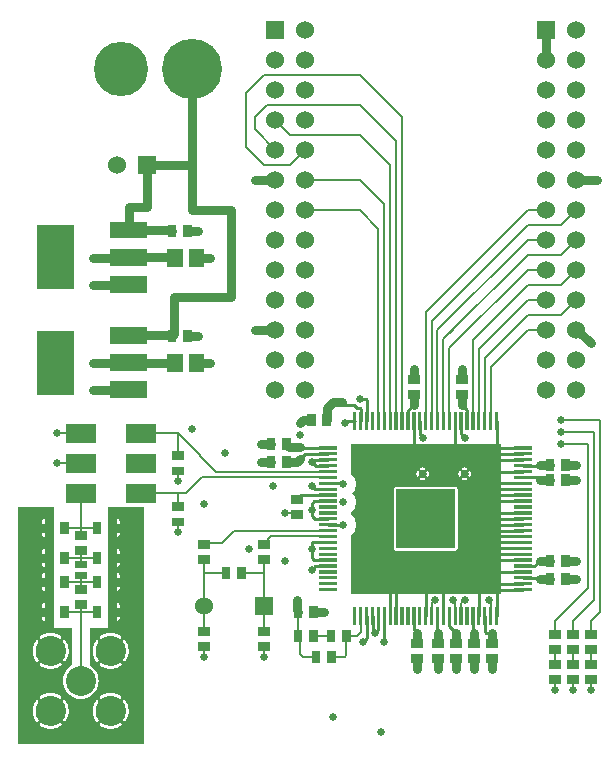
<source format=gbr>
G04 start of page 2 for group 0 idx 0 *
G04 Title: (unknown), component *
G04 Creator: pcb 1.99z *
G04 CreationDate: Sun 01 Aug 2010 05:53:12 AM GMT UTC *
G04 For: jensen *
G04 Format: Gerber/RS-274X *
G04 PCB-Dimensions: 200000 250000 *
G04 PCB-Coordinate-Origin: lower left *
%MOIN*%
%FSLAX25Y25*%
%LNFRONT*%
%ADD11C,0.0200*%
%ADD12C,0.0110*%
%ADD13C,0.0080*%
%ADD14C,0.0300*%
%ADD15C,0.0600*%
%ADD16C,0.1811*%
%ADD17C,0.2008*%
%ADD18C,0.1000*%
%ADD19C,0.0260*%
%ADD20C,0.1250*%
%ADD21R,0.0560X0.0560*%
%ADD22R,0.1220X0.1220*%
%ADD23R,0.0295X0.0295*%
%ADD24R,0.0512X0.0512*%
%ADD25R,0.0110X0.0110*%
%ADD26R,0.0650X0.0650*%
%ADD27R,0.0240X0.0240*%
%ADD28C,0.0380*%
%ADD29C,0.1024*%
%ADD30C,0.1220*%
%ADD31C,0.0280*%
%ADD32C,0.0600*%
%ADD33C,0.0140*%
%ADD34C,0.1000*%
G54D11*G36*
X37998Y40500D02*X44000D01*
Y2000D01*
X37998D01*
Y9689D01*
X38261Y10121D01*
X38505Y10620D01*
X38701Y11139D01*
X38849Y11675D01*
X38947Y12222D01*
X38993Y12775D01*
X38988Y13330D01*
X38932Y13883D01*
X38825Y14428D01*
X38668Y14961D01*
X38462Y15477D01*
X38210Y15972D01*
X37998Y16307D01*
Y29689D01*
X38261Y30121D01*
X38505Y30620D01*
X38701Y31139D01*
X38849Y31675D01*
X38947Y32222D01*
X38993Y32775D01*
X38988Y33330D01*
X38932Y33883D01*
X38825Y34428D01*
X38668Y34961D01*
X38462Y35477D01*
X38210Y35972D01*
X37998Y36307D01*
Y40500D01*
G37*
G36*
X32960D02*X37998D01*
Y36307D01*
X37913Y36441D01*
X37862Y36501D01*
X37803Y36553D01*
X37737Y36595D01*
X37665Y36627D01*
X37589Y36646D01*
X37511Y36654D01*
X37433Y36649D01*
X37356Y36632D01*
X37284Y36603D01*
X37216Y36563D01*
X37156Y36513D01*
X37104Y36454D01*
X37062Y36388D01*
X37030Y36316D01*
X37011Y36240D01*
X37003Y36162D01*
X37008Y36084D01*
X37025Y36007D01*
X37054Y35935D01*
X37094Y35867D01*
X37341Y35476D01*
X37552Y35064D01*
X37723Y34634D01*
X37854Y34190D01*
X37943Y33736D01*
X37990Y33275D01*
X37994Y32813D01*
X37955Y32351D01*
X37874Y31896D01*
X37751Y31450D01*
X37587Y31017D01*
X37384Y30601D01*
X37143Y30206D01*
X37105Y30138D01*
X37078Y30064D01*
X37062Y29988D01*
X37058Y29909D01*
X37067Y29831D01*
X37088Y29756D01*
X37121Y29684D01*
X37164Y29619D01*
X37217Y29561D01*
X37278Y29512D01*
X37346Y29473D01*
X37420Y29446D01*
X37496Y29430D01*
X37575Y29426D01*
X37653Y29435D01*
X37728Y29456D01*
X37800Y29489D01*
X37865Y29532D01*
X37923Y29585D01*
X37972Y29646D01*
X37998Y29689D01*
Y16307D01*
X37913Y16441D01*
X37862Y16501D01*
X37803Y16553D01*
X37737Y16595D01*
X37665Y16627D01*
X37589Y16646D01*
X37511Y16654D01*
X37433Y16649D01*
X37356Y16632D01*
X37284Y16603D01*
X37216Y16563D01*
X37156Y16513D01*
X37104Y16454D01*
X37062Y16388D01*
X37030Y16316D01*
X37011Y16240D01*
X37003Y16162D01*
X37008Y16084D01*
X37025Y16007D01*
X37054Y15935D01*
X37094Y15867D01*
X37341Y15476D01*
X37552Y15064D01*
X37723Y14634D01*
X37854Y14190D01*
X37943Y13736D01*
X37990Y13275D01*
X37994Y12813D01*
X37955Y12351D01*
X37874Y11896D01*
X37751Y11450D01*
X37587Y11017D01*
X37384Y10601D01*
X37143Y10206D01*
X37105Y10138D01*
X37078Y10064D01*
X37062Y9988D01*
X37058Y9909D01*
X37067Y9831D01*
X37088Y9756D01*
X37121Y9684D01*
X37164Y9619D01*
X37217Y9561D01*
X37278Y9512D01*
X37346Y9473D01*
X37420Y9446D01*
X37496Y9430D01*
X37575Y9426D01*
X37653Y9435D01*
X37728Y9456D01*
X37800Y9489D01*
X37865Y9532D01*
X37923Y9585D01*
X37972Y9646D01*
X37998Y9689D01*
Y2000D01*
X32960D01*
Y7009D01*
X33329Y7012D01*
X33882Y7068D01*
X34427Y7175D01*
X34960Y7332D01*
X35476Y7538D01*
X35971Y7790D01*
X36440Y8087D01*
X36500Y8138D01*
X36552Y8197D01*
X36594Y8263D01*
X36626Y8335D01*
X36645Y8411D01*
X36653Y8489D01*
X36648Y8567D01*
X36631Y8644D01*
X36602Y8716D01*
X36562Y8784D01*
X36512Y8844D01*
X36453Y8896D01*
X36387Y8938D01*
X36315Y8970D01*
X36239Y8989D01*
X36161Y8997D01*
X36083Y8992D01*
X36006Y8975D01*
X35934Y8946D01*
X35866Y8906D01*
X35475Y8659D01*
X35063Y8448D01*
X34633Y8277D01*
X34189Y8146D01*
X33735Y8057D01*
X33274Y8010D01*
X32960Y8007D01*
Y17993D01*
X33187Y17995D01*
X33649Y17956D01*
X34104Y17875D01*
X34550Y17752D01*
X34983Y17588D01*
X35399Y17385D01*
X35794Y17144D01*
X35862Y17106D01*
X35936Y17079D01*
X36012Y17063D01*
X36091Y17059D01*
X36169Y17068D01*
X36244Y17089D01*
X36316Y17122D01*
X36381Y17165D01*
X36439Y17218D01*
X36488Y17279D01*
X36527Y17347D01*
X36554Y17421D01*
X36570Y17497D01*
X36574Y17576D01*
X36565Y17654D01*
X36544Y17729D01*
X36511Y17801D01*
X36468Y17866D01*
X36415Y17924D01*
X36354Y17973D01*
X35879Y18262D01*
X35380Y18506D01*
X34861Y18702D01*
X34325Y18850D01*
X33778Y18948D01*
X33225Y18994D01*
X32960Y18992D01*
Y27009D01*
X33329Y27012D01*
X33882Y27068D01*
X34427Y27175D01*
X34960Y27332D01*
X35476Y27538D01*
X35971Y27790D01*
X36440Y28087D01*
X36500Y28138D01*
X36552Y28197D01*
X36594Y28263D01*
X36626Y28335D01*
X36645Y28411D01*
X36653Y28489D01*
X36648Y28567D01*
X36631Y28644D01*
X36602Y28716D01*
X36562Y28784D01*
X36512Y28844D01*
X36453Y28896D01*
X36387Y28938D01*
X36315Y28970D01*
X36239Y28989D01*
X36161Y28997D01*
X36083Y28992D01*
X36006Y28975D01*
X35934Y28946D01*
X35866Y28906D01*
X35475Y28659D01*
X35063Y28448D01*
X34633Y28277D01*
X34189Y28146D01*
X33735Y28057D01*
X33274Y28010D01*
X32960Y28007D01*
Y37993D01*
X33187Y37995D01*
X33649Y37956D01*
X34104Y37875D01*
X34550Y37752D01*
X34983Y37588D01*
X35399Y37385D01*
X35794Y37144D01*
X35862Y37106D01*
X35936Y37079D01*
X36012Y37063D01*
X36091Y37059D01*
X36169Y37068D01*
X36244Y37089D01*
X36316Y37122D01*
X36381Y37165D01*
X36439Y37218D01*
X36488Y37279D01*
X36527Y37347D01*
X36554Y37421D01*
X36570Y37497D01*
X36574Y37576D01*
X36565Y37654D01*
X36544Y37729D01*
X36511Y37801D01*
X36468Y37866D01*
X36415Y37924D01*
X36354Y37973D01*
X35879Y38262D01*
X35380Y38506D01*
X34861Y38702D01*
X34325Y38850D01*
X33778Y38948D01*
X33225Y38994D01*
X32960Y38992D01*
Y40500D01*
G37*
G36*
X28001Y19716D02*X28345Y20277D01*
X28705Y21146D01*
X28925Y22062D01*
X28999Y23000D01*
X28925Y23938D01*
X28705Y24854D01*
X28345Y25723D01*
X28001Y26284D01*
Y29694D01*
X28086Y29560D01*
X28137Y29500D01*
X28196Y29448D01*
X28262Y29406D01*
X28334Y29374D01*
X28410Y29355D01*
X28488Y29347D01*
X28566Y29352D01*
X28643Y29369D01*
X28715Y29398D01*
X28783Y29438D01*
X28843Y29488D01*
X28895Y29547D01*
X28937Y29613D01*
X28969Y29685D01*
X28988Y29761D01*
X28996Y29839D01*
X28991Y29917D01*
X28974Y29994D01*
X28945Y30066D01*
X28905Y30134D01*
X28658Y30525D01*
X28447Y30937D01*
X28276Y31367D01*
X28145Y31811D01*
X28056Y32265D01*
X28009Y32726D01*
X28005Y33188D01*
X28044Y33650D01*
X28125Y34105D01*
X28248Y34551D01*
X28412Y34984D01*
X28615Y35400D01*
X28856Y35795D01*
X28894Y35863D01*
X28921Y35937D01*
X28937Y36013D01*
X28941Y36092D01*
X28932Y36170D01*
X28911Y36245D01*
X28878Y36317D01*
X28835Y36382D01*
X28782Y36440D01*
X28721Y36489D01*
X28653Y36528D01*
X28579Y36555D01*
X28503Y36571D01*
X28424Y36575D01*
X28346Y36566D01*
X28271Y36545D01*
X28199Y36512D01*
X28134Y36469D01*
X28076Y36416D01*
X28027Y36355D01*
X28001Y36312D01*
Y40500D01*
X32960D01*
Y38992D01*
X32670Y38989D01*
X32117Y38933D01*
X31572Y38826D01*
X31039Y38669D01*
X30523Y38463D01*
X30028Y38211D01*
X29559Y37914D01*
X29499Y37863D01*
X29447Y37804D01*
X29405Y37738D01*
X29373Y37666D01*
X29354Y37590D01*
X29346Y37512D01*
X29351Y37434D01*
X29368Y37357D01*
X29397Y37285D01*
X29437Y37217D01*
X29487Y37157D01*
X29546Y37105D01*
X29612Y37063D01*
X29684Y37031D01*
X29760Y37012D01*
X29838Y37004D01*
X29916Y37009D01*
X29993Y37026D01*
X30065Y37055D01*
X30133Y37095D01*
X30524Y37342D01*
X30936Y37553D01*
X31366Y37724D01*
X31810Y37855D01*
X32264Y37944D01*
X32725Y37991D01*
X32960Y37993D01*
Y28007D01*
X32812Y28006D01*
X32350Y28045D01*
X31895Y28126D01*
X31449Y28249D01*
X31016Y28413D01*
X30600Y28616D01*
X30205Y28857D01*
X30137Y28895D01*
X30063Y28922D01*
X29987Y28938D01*
X29908Y28942D01*
X29830Y28933D01*
X29755Y28912D01*
X29683Y28879D01*
X29618Y28836D01*
X29560Y28783D01*
X29511Y28722D01*
X29472Y28654D01*
X29445Y28580D01*
X29429Y28504D01*
X29425Y28425D01*
X29434Y28347D01*
X29455Y28272D01*
X29488Y28200D01*
X29531Y28135D01*
X29584Y28077D01*
X29645Y28028D01*
X30120Y27739D01*
X30619Y27495D01*
X31138Y27299D01*
X31674Y27151D01*
X32221Y27053D01*
X32774Y27007D01*
X32960Y27009D01*
Y18992D01*
X32670Y18989D01*
X32117Y18933D01*
X31572Y18826D01*
X31039Y18669D01*
X30523Y18463D01*
X30028Y18211D01*
X29559Y17914D01*
X29499Y17863D01*
X29447Y17804D01*
X29405Y17738D01*
X29373Y17666D01*
X29354Y17590D01*
X29346Y17512D01*
X29351Y17434D01*
X29368Y17357D01*
X29397Y17285D01*
X29437Y17217D01*
X29487Y17157D01*
X29546Y17105D01*
X29612Y17063D01*
X29684Y17031D01*
X29760Y17012D01*
X29838Y17004D01*
X29916Y17009D01*
X29993Y17026D01*
X30065Y17055D01*
X30133Y17095D01*
X30524Y17342D01*
X30936Y17553D01*
X31366Y17724D01*
X31810Y17855D01*
X32264Y17944D01*
X32725Y17991D01*
X32960Y17993D01*
Y8007D01*
X32812Y8006D01*
X32350Y8045D01*
X31895Y8126D01*
X31449Y8249D01*
X31016Y8413D01*
X30600Y8616D01*
X30205Y8857D01*
X30137Y8895D01*
X30063Y8922D01*
X29987Y8938D01*
X29908Y8942D01*
X29830Y8933D01*
X29755Y8912D01*
X29683Y8879D01*
X29618Y8836D01*
X29560Y8783D01*
X29511Y8722D01*
X29472Y8654D01*
X29445Y8580D01*
X29429Y8504D01*
X29425Y8425D01*
X29434Y8347D01*
X29455Y8272D01*
X29488Y8200D01*
X29531Y8135D01*
X29584Y8077D01*
X29645Y8028D01*
X30120Y7739D01*
X30619Y7495D01*
X31138Y7299D01*
X31674Y7151D01*
X32221Y7053D01*
X32774Y7007D01*
X32960Y7009D01*
Y2000D01*
X28001D01*
Y9694D01*
X28086Y9560D01*
X28137Y9500D01*
X28196Y9448D01*
X28262Y9406D01*
X28334Y9374D01*
X28410Y9355D01*
X28488Y9347D01*
X28566Y9352D01*
X28643Y9369D01*
X28715Y9398D01*
X28783Y9438D01*
X28843Y9488D01*
X28895Y9547D01*
X28937Y9613D01*
X28969Y9685D01*
X28988Y9761D01*
X28996Y9839D01*
X28991Y9917D01*
X28974Y9994D01*
X28945Y10066D01*
X28905Y10134D01*
X28658Y10525D01*
X28447Y10937D01*
X28276Y11367D01*
X28145Y11811D01*
X28056Y12265D01*
X28009Y12726D01*
X28005Y13188D01*
X28044Y13650D01*
X28125Y14105D01*
X28248Y14551D01*
X28412Y14984D01*
X28615Y15400D01*
X28856Y15795D01*
X28894Y15863D01*
X28921Y15937D01*
X28937Y16013D01*
X28941Y16092D01*
X28932Y16170D01*
X28911Y16245D01*
X28878Y16317D01*
X28835Y16382D01*
X28782Y16440D01*
X28721Y16489D01*
X28653Y16528D01*
X28579Y16555D01*
X28503Y16571D01*
X28424Y16575D01*
X28346Y16566D01*
X28271Y16545D01*
X28199Y16512D01*
X28134Y16469D01*
X28076Y16416D01*
X28027Y16355D01*
X28001Y16312D01*
Y19716D01*
G37*
G36*
Y26284D02*X27853Y26526D01*
X27242Y27242D01*
X26526Y27853D01*
X26000Y28175D01*
Y40500D01*
X28001D01*
Y36312D01*
X27738Y35880D01*
X27494Y35381D01*
X27298Y34862D01*
X27150Y34326D01*
X27052Y33779D01*
X27006Y33226D01*
X27011Y32671D01*
X27067Y32118D01*
X27174Y31573D01*
X27331Y31040D01*
X27537Y30524D01*
X27789Y30029D01*
X28001Y29694D01*
Y26284D01*
G37*
G36*
X17998Y19717D02*X18147Y19474D01*
X18758Y18758D01*
X19474Y18147D01*
X20277Y17655D01*
X21146Y17295D01*
X22062Y17075D01*
X23000Y17001D01*
X23938Y17075D01*
X24854Y17295D01*
X25723Y17655D01*
X26526Y18147D01*
X27242Y18758D01*
X27853Y19474D01*
X28001Y19716D01*
Y16312D01*
X27738Y15880D01*
X27494Y15381D01*
X27298Y14862D01*
X27150Y14326D01*
X27052Y13779D01*
X27006Y13226D01*
X27011Y12671D01*
X27067Y12118D01*
X27174Y11573D01*
X27331Y11040D01*
X27537Y10524D01*
X27789Y10029D01*
X28001Y9694D01*
Y2000D01*
X17998D01*
Y9689D01*
X18261Y10121D01*
X18505Y10620D01*
X18701Y11139D01*
X18849Y11675D01*
X18947Y12222D01*
X18993Y12775D01*
X18988Y13330D01*
X18932Y13883D01*
X18825Y14428D01*
X18668Y14961D01*
X18462Y15477D01*
X18210Y15972D01*
X17998Y16307D01*
Y19717D01*
G37*
G36*
Y40500D02*X19999D01*
Y28175D01*
X19474Y27853D01*
X18758Y27242D01*
X18147Y26526D01*
X17998Y26283D01*
Y29689D01*
X18261Y30121D01*
X18505Y30620D01*
X18701Y31139D01*
X18849Y31675D01*
X18947Y32222D01*
X18993Y32775D01*
X18988Y33330D01*
X18932Y33883D01*
X18825Y34428D01*
X18668Y34961D01*
X18462Y35477D01*
X18210Y35972D01*
X17998Y36307D01*
Y40500D01*
G37*
G36*
X12960D02*X17998D01*
Y36307D01*
X17913Y36441D01*
X17862Y36501D01*
X17803Y36553D01*
X17737Y36595D01*
X17665Y36627D01*
X17589Y36646D01*
X17511Y36654D01*
X17433Y36649D01*
X17356Y36632D01*
X17284Y36603D01*
X17216Y36563D01*
X17156Y36513D01*
X17104Y36454D01*
X17062Y36388D01*
X17030Y36316D01*
X17011Y36240D01*
X17003Y36162D01*
X17008Y36084D01*
X17025Y36007D01*
X17054Y35935D01*
X17094Y35867D01*
X17341Y35476D01*
X17552Y35064D01*
X17723Y34634D01*
X17854Y34190D01*
X17943Y33736D01*
X17990Y33275D01*
X17994Y32813D01*
X17955Y32351D01*
X17874Y31896D01*
X17751Y31450D01*
X17587Y31017D01*
X17384Y30601D01*
X17143Y30206D01*
X17105Y30138D01*
X17078Y30064D01*
X17062Y29988D01*
X17058Y29909D01*
X17067Y29831D01*
X17088Y29756D01*
X17121Y29684D01*
X17164Y29619D01*
X17217Y29561D01*
X17278Y29512D01*
X17346Y29473D01*
X17420Y29446D01*
X17496Y29430D01*
X17575Y29426D01*
X17653Y29435D01*
X17728Y29456D01*
X17800Y29489D01*
X17865Y29532D01*
X17923Y29585D01*
X17972Y29646D01*
X17998Y29689D01*
Y26283D01*
X17655Y25723D01*
X17295Y24854D01*
X17075Y23938D01*
X17001Y23000D01*
X17075Y22062D01*
X17295Y21146D01*
X17655Y20277D01*
X17998Y19717D01*
Y16307D01*
X17913Y16441D01*
X17862Y16501D01*
X17803Y16553D01*
X17737Y16595D01*
X17665Y16627D01*
X17589Y16646D01*
X17511Y16654D01*
X17433Y16649D01*
X17356Y16632D01*
X17284Y16603D01*
X17216Y16563D01*
X17156Y16513D01*
X17104Y16454D01*
X17062Y16388D01*
X17030Y16316D01*
X17011Y16240D01*
X17003Y16162D01*
X17008Y16084D01*
X17025Y16007D01*
X17054Y15935D01*
X17094Y15867D01*
X17341Y15476D01*
X17552Y15064D01*
X17723Y14634D01*
X17854Y14190D01*
X17943Y13736D01*
X17990Y13275D01*
X17994Y12813D01*
X17955Y12351D01*
X17874Y11896D01*
X17751Y11450D01*
X17587Y11017D01*
X17384Y10601D01*
X17143Y10206D01*
X17105Y10138D01*
X17078Y10064D01*
X17062Y9988D01*
X17058Y9909D01*
X17067Y9831D01*
X17088Y9756D01*
X17121Y9684D01*
X17164Y9619D01*
X17217Y9561D01*
X17278Y9512D01*
X17346Y9473D01*
X17420Y9446D01*
X17496Y9430D01*
X17575Y9426D01*
X17653Y9435D01*
X17728Y9456D01*
X17800Y9489D01*
X17865Y9532D01*
X17923Y9585D01*
X17972Y9646D01*
X17998Y9689D01*
Y2000D01*
X12960D01*
Y7009D01*
X13329Y7012D01*
X13882Y7068D01*
X14427Y7175D01*
X14960Y7332D01*
X15476Y7538D01*
X15971Y7790D01*
X16440Y8087D01*
X16500Y8138D01*
X16552Y8197D01*
X16594Y8263D01*
X16626Y8335D01*
X16645Y8411D01*
X16653Y8489D01*
X16648Y8567D01*
X16631Y8644D01*
X16602Y8716D01*
X16562Y8784D01*
X16512Y8844D01*
X16453Y8896D01*
X16387Y8938D01*
X16315Y8970D01*
X16239Y8989D01*
X16161Y8997D01*
X16083Y8992D01*
X16006Y8975D01*
X15934Y8946D01*
X15866Y8906D01*
X15475Y8659D01*
X15063Y8448D01*
X14633Y8277D01*
X14189Y8146D01*
X13735Y8057D01*
X13274Y8010D01*
X12960Y8007D01*
Y17993D01*
X13187Y17995D01*
X13649Y17956D01*
X14104Y17875D01*
X14550Y17752D01*
X14983Y17588D01*
X15399Y17385D01*
X15794Y17144D01*
X15862Y17106D01*
X15936Y17079D01*
X16012Y17063D01*
X16091Y17059D01*
X16169Y17068D01*
X16244Y17089D01*
X16316Y17122D01*
X16381Y17165D01*
X16439Y17218D01*
X16488Y17279D01*
X16527Y17347D01*
X16554Y17421D01*
X16570Y17497D01*
X16574Y17576D01*
X16565Y17654D01*
X16544Y17729D01*
X16511Y17801D01*
X16468Y17866D01*
X16415Y17924D01*
X16354Y17973D01*
X15879Y18262D01*
X15380Y18506D01*
X14861Y18702D01*
X14325Y18850D01*
X13778Y18948D01*
X13225Y18994D01*
X12960Y18992D01*
Y27009D01*
X13329Y27012D01*
X13882Y27068D01*
X14427Y27175D01*
X14960Y27332D01*
X15476Y27538D01*
X15971Y27790D01*
X16440Y28087D01*
X16500Y28138D01*
X16552Y28197D01*
X16594Y28263D01*
X16626Y28335D01*
X16645Y28411D01*
X16653Y28489D01*
X16648Y28567D01*
X16631Y28644D01*
X16602Y28716D01*
X16562Y28784D01*
X16512Y28844D01*
X16453Y28896D01*
X16387Y28938D01*
X16315Y28970D01*
X16239Y28989D01*
X16161Y28997D01*
X16083Y28992D01*
X16006Y28975D01*
X15934Y28946D01*
X15866Y28906D01*
X15475Y28659D01*
X15063Y28448D01*
X14633Y28277D01*
X14189Y28146D01*
X13735Y28057D01*
X13274Y28010D01*
X12960Y28007D01*
Y37993D01*
X13187Y37995D01*
X13649Y37956D01*
X14104Y37875D01*
X14550Y37752D01*
X14983Y37588D01*
X15399Y37385D01*
X15794Y37144D01*
X15862Y37106D01*
X15936Y37079D01*
X16012Y37063D01*
X16091Y37059D01*
X16169Y37068D01*
X16244Y37089D01*
X16316Y37122D01*
X16381Y37165D01*
X16439Y37218D01*
X16488Y37279D01*
X16527Y37347D01*
X16554Y37421D01*
X16570Y37497D01*
X16574Y37576D01*
X16565Y37654D01*
X16544Y37729D01*
X16511Y37801D01*
X16468Y37866D01*
X16415Y37924D01*
X16354Y37973D01*
X15879Y38262D01*
X15380Y38506D01*
X14861Y38702D01*
X14325Y38850D01*
X13778Y38948D01*
X13225Y38994D01*
X12960Y38992D01*
Y40500D01*
G37*
G36*
X8001D02*X12960D01*
Y38992D01*
X12670Y38989D01*
X12117Y38933D01*
X11572Y38826D01*
X11039Y38669D01*
X10523Y38463D01*
X10028Y38211D01*
X9559Y37914D01*
X9499Y37863D01*
X9447Y37804D01*
X9405Y37738D01*
X9373Y37666D01*
X9354Y37590D01*
X9346Y37512D01*
X9351Y37434D01*
X9368Y37357D01*
X9397Y37285D01*
X9437Y37217D01*
X9487Y37157D01*
X9546Y37105D01*
X9612Y37063D01*
X9684Y37031D01*
X9760Y37012D01*
X9838Y37004D01*
X9916Y37009D01*
X9993Y37026D01*
X10065Y37055D01*
X10133Y37095D01*
X10524Y37342D01*
X10936Y37553D01*
X11366Y37724D01*
X11810Y37855D01*
X12264Y37944D01*
X12725Y37991D01*
X12960Y37993D01*
Y28007D01*
X12812Y28006D01*
X12350Y28045D01*
X11895Y28126D01*
X11449Y28249D01*
X11016Y28413D01*
X10600Y28616D01*
X10205Y28857D01*
X10137Y28895D01*
X10063Y28922D01*
X9987Y28938D01*
X9908Y28942D01*
X9830Y28933D01*
X9755Y28912D01*
X9683Y28879D01*
X9618Y28836D01*
X9560Y28783D01*
X9511Y28722D01*
X9472Y28654D01*
X9445Y28580D01*
X9429Y28504D01*
X9425Y28425D01*
X9434Y28347D01*
X9455Y28272D01*
X9488Y28200D01*
X9531Y28135D01*
X9584Y28077D01*
X9645Y28028D01*
X10120Y27739D01*
X10619Y27495D01*
X11138Y27299D01*
X11674Y27151D01*
X12221Y27053D01*
X12774Y27007D01*
X12960Y27009D01*
Y18992D01*
X12670Y18989D01*
X12117Y18933D01*
X11572Y18826D01*
X11039Y18669D01*
X10523Y18463D01*
X10028Y18211D01*
X9559Y17914D01*
X9499Y17863D01*
X9447Y17804D01*
X9405Y17738D01*
X9373Y17666D01*
X9354Y17590D01*
X9346Y17512D01*
X9351Y17434D01*
X9368Y17357D01*
X9397Y17285D01*
X9437Y17217D01*
X9487Y17157D01*
X9546Y17105D01*
X9612Y17063D01*
X9684Y17031D01*
X9760Y17012D01*
X9838Y17004D01*
X9916Y17009D01*
X9993Y17026D01*
X10065Y17055D01*
X10133Y17095D01*
X10524Y17342D01*
X10936Y17553D01*
X11366Y17724D01*
X11810Y17855D01*
X12264Y17944D01*
X12725Y17991D01*
X12960Y17993D01*
Y8007D01*
X12812Y8006D01*
X12350Y8045D01*
X11895Y8126D01*
X11449Y8249D01*
X11016Y8413D01*
X10600Y8616D01*
X10205Y8857D01*
X10137Y8895D01*
X10063Y8922D01*
X9987Y8938D01*
X9908Y8942D01*
X9830Y8933D01*
X9755Y8912D01*
X9683Y8879D01*
X9618Y8836D01*
X9560Y8783D01*
X9511Y8722D01*
X9472Y8654D01*
X9445Y8580D01*
X9429Y8504D01*
X9425Y8425D01*
X9434Y8347D01*
X9455Y8272D01*
X9488Y8200D01*
X9531Y8135D01*
X9584Y8077D01*
X9645Y8028D01*
X10120Y7739D01*
X10619Y7495D01*
X11138Y7299D01*
X11674Y7151D01*
X12221Y7053D01*
X12774Y7007D01*
X12960Y7009D01*
Y2000D01*
X8001D01*
Y9694D01*
X8086Y9560D01*
X8137Y9500D01*
X8196Y9448D01*
X8262Y9406D01*
X8334Y9374D01*
X8410Y9355D01*
X8488Y9347D01*
X8566Y9352D01*
X8643Y9369D01*
X8715Y9398D01*
X8783Y9438D01*
X8843Y9488D01*
X8895Y9547D01*
X8937Y9613D01*
X8969Y9685D01*
X8988Y9761D01*
X8996Y9839D01*
X8991Y9917D01*
X8974Y9994D01*
X8945Y10066D01*
X8905Y10134D01*
X8658Y10525D01*
X8447Y10937D01*
X8276Y11367D01*
X8145Y11811D01*
X8056Y12265D01*
X8009Y12726D01*
X8005Y13188D01*
X8044Y13650D01*
X8125Y14105D01*
X8248Y14551D01*
X8412Y14984D01*
X8615Y15400D01*
X8856Y15795D01*
X8894Y15863D01*
X8921Y15937D01*
X8937Y16013D01*
X8941Y16092D01*
X8932Y16170D01*
X8911Y16245D01*
X8878Y16317D01*
X8835Y16382D01*
X8782Y16440D01*
X8721Y16489D01*
X8653Y16528D01*
X8579Y16555D01*
X8503Y16571D01*
X8424Y16575D01*
X8346Y16566D01*
X8271Y16545D01*
X8199Y16512D01*
X8134Y16469D01*
X8076Y16416D01*
X8027Y16355D01*
X8001Y16312D01*
Y29694D01*
X8086Y29560D01*
X8137Y29500D01*
X8196Y29448D01*
X8262Y29406D01*
X8334Y29374D01*
X8410Y29355D01*
X8488Y29347D01*
X8566Y29352D01*
X8643Y29369D01*
X8715Y29398D01*
X8783Y29438D01*
X8843Y29488D01*
X8895Y29547D01*
X8937Y29613D01*
X8969Y29685D01*
X8988Y29761D01*
X8996Y29839D01*
X8991Y29917D01*
X8974Y29994D01*
X8945Y30066D01*
X8905Y30134D01*
X8658Y30525D01*
X8447Y30937D01*
X8276Y31367D01*
X8145Y31811D01*
X8056Y32265D01*
X8009Y32726D01*
X8005Y33188D01*
X8044Y33650D01*
X8125Y34105D01*
X8248Y34551D01*
X8412Y34984D01*
X8615Y35400D01*
X8856Y35795D01*
X8894Y35863D01*
X8921Y35937D01*
X8937Y36013D01*
X8941Y36092D01*
X8932Y36170D01*
X8911Y36245D01*
X8878Y36317D01*
X8835Y36382D01*
X8782Y36440D01*
X8721Y36489D01*
X8653Y36528D01*
X8579Y36555D01*
X8503Y36571D01*
X8424Y36575D01*
X8346Y36566D01*
X8271Y36545D01*
X8199Y36512D01*
X8134Y36469D01*
X8076Y36416D01*
X8027Y36355D01*
X8001Y36312D01*
Y40500D01*
G37*
G36*
X2000D02*X8001D01*
Y36312D01*
X7738Y35880D01*
X7494Y35381D01*
X7298Y34862D01*
X7150Y34326D01*
X7052Y33779D01*
X7006Y33226D01*
X7011Y32671D01*
X7067Y32118D01*
X7174Y31573D01*
X7331Y31040D01*
X7537Y30524D01*
X7789Y30029D01*
X8001Y29694D01*
Y16312D01*
X7738Y15880D01*
X7494Y15381D01*
X7298Y14862D01*
X7150Y14326D01*
X7052Y13779D01*
X7006Y13226D01*
X7011Y12671D01*
X7067Y12118D01*
X7174Y11573D01*
X7331Y11040D01*
X7537Y10524D01*
X7789Y10029D01*
X8001Y9694D01*
Y2000D01*
X2000D01*
Y40500D01*
G37*
G36*
Y81000D02*X14000D01*
Y76962D01*
X13917Y76968D01*
X10809Y76956D01*
X10656Y76919D01*
X10511Y76859D01*
X10377Y76777D01*
X10258Y76675D01*
X10156Y76556D01*
X10074Y76422D01*
X10014Y76277D01*
X9977Y76124D01*
X9965Y75968D01*
X9977Y71876D01*
X10014Y71723D01*
X10074Y71578D01*
X10156Y71444D01*
X10258Y71325D01*
X10377Y71223D01*
X10511Y71141D01*
X10656Y71081D01*
X10809Y71044D01*
X10965Y71032D01*
X14000Y71044D01*
Y66962D01*
X13917Y66968D01*
X10809Y66956D01*
X10656Y66919D01*
X10511Y66859D01*
X10377Y66777D01*
X10258Y66675D01*
X10156Y66556D01*
X10074Y66422D01*
X10014Y66277D01*
X9977Y66124D01*
X9965Y65968D01*
X9977Y61876D01*
X10014Y61723D01*
X10074Y61578D01*
X10156Y61444D01*
X10258Y61325D01*
X10377Y61223D01*
X10511Y61141D01*
X10656Y61081D01*
X10809Y61044D01*
X10965Y61032D01*
X14000Y61044D01*
Y58962D01*
X13917Y58968D01*
X10809Y58956D01*
X10656Y58919D01*
X10511Y58859D01*
X10377Y58777D01*
X10258Y58675D01*
X10156Y58556D01*
X10074Y58422D01*
X10014Y58277D01*
X9977Y58124D01*
X9965Y57968D01*
X9977Y53876D01*
X10014Y53723D01*
X10074Y53578D01*
X10156Y53444D01*
X10258Y53325D01*
X10377Y53223D01*
X10511Y53141D01*
X10656Y53081D01*
X10809Y53044D01*
X10965Y53032D01*
X14000Y53044D01*
Y48962D01*
X13917Y48968D01*
X10809Y48956D01*
X10656Y48919D01*
X10511Y48859D01*
X10377Y48777D01*
X10258Y48675D01*
X10156Y48556D01*
X10074Y48422D01*
X10014Y48277D01*
X9977Y48124D01*
X9965Y47968D01*
X9977Y43876D01*
X10014Y43723D01*
X10074Y43578D01*
X10156Y43444D01*
X10258Y43325D01*
X10377Y43223D01*
X10511Y43141D01*
X10656Y43081D01*
X10809Y43044D01*
X10965Y43032D01*
X14000Y43044D01*
Y40500D01*
X2000D01*
Y81000D01*
G37*
G36*
X32000D02*X44000D01*
Y40500D01*
X32000D01*
Y43038D01*
X32083Y43032D01*
X35191Y43044D01*
X35344Y43081D01*
X35489Y43141D01*
X35623Y43223D01*
X35742Y43325D01*
X35844Y43444D01*
X35926Y43578D01*
X35986Y43723D01*
X36023Y43876D01*
X36035Y44032D01*
X36023Y48124D01*
X35986Y48277D01*
X35926Y48422D01*
X35844Y48556D01*
X35742Y48675D01*
X35623Y48777D01*
X35489Y48859D01*
X35344Y48919D01*
X35191Y48956D01*
X35035Y48968D01*
X32000Y48956D01*
Y53038D01*
X32083Y53032D01*
X35191Y53044D01*
X35344Y53081D01*
X35489Y53141D01*
X35623Y53223D01*
X35742Y53325D01*
X35844Y53444D01*
X35926Y53578D01*
X35986Y53723D01*
X36023Y53876D01*
X36035Y54032D01*
X36023Y58124D01*
X35986Y58277D01*
X35926Y58422D01*
X35844Y58556D01*
X35742Y58675D01*
X35623Y58777D01*
X35489Y58859D01*
X35344Y58919D01*
X35191Y58956D01*
X35035Y58968D01*
X32000Y58956D01*
Y61038D01*
X32083Y61032D01*
X35191Y61044D01*
X35344Y61081D01*
X35489Y61141D01*
X35623Y61223D01*
X35742Y61325D01*
X35844Y61444D01*
X35926Y61578D01*
X35986Y61723D01*
X36023Y61876D01*
X36035Y62032D01*
X36023Y66124D01*
X35986Y66277D01*
X35926Y66422D01*
X35844Y66556D01*
X35742Y66675D01*
X35623Y66777D01*
X35489Y66859D01*
X35344Y66919D01*
X35191Y66956D01*
X35035Y66968D01*
X32000Y66956D01*
Y71038D01*
X32083Y71032D01*
X35191Y71044D01*
X35344Y71081D01*
X35489Y71141D01*
X35623Y71223D01*
X35742Y71325D01*
X35844Y71444D01*
X35926Y71578D01*
X35986Y71723D01*
X36023Y71876D01*
X36035Y72032D01*
X36023Y76124D01*
X35986Y76277D01*
X35926Y76422D01*
X35844Y76556D01*
X35742Y76675D01*
X35623Y76777D01*
X35489Y76859D01*
X35344Y76919D01*
X35191Y76956D01*
X35035Y76968D01*
X32000Y76956D01*
Y81000D01*
G37*
G36*
X152657Y102000D02*X163000D01*
Y52000D01*
X152657D01*
Y91078D01*
X152679Y91080D01*
X152740Y91094D01*
X152798Y91119D01*
X152852Y91152D01*
X152900Y91192D01*
X152940Y91240D01*
X152973Y91294D01*
X152997Y91352D01*
X153047Y91533D01*
X153080Y91719D01*
X153097Y91906D01*
Y92095D01*
X153080Y92282D01*
X153047Y92468D01*
X152997Y92649D01*
X152972Y92708D01*
X152939Y92761D01*
X152898Y92809D01*
X152851Y92850D01*
X152797Y92882D01*
X152739Y92906D01*
X152678Y92921D01*
X152657Y92923D01*
Y102000D01*
G37*
G36*
X151000Y101900D02*X151329Y101926D01*
X151637Y102000D01*
X152657D01*
Y92923D01*
X152615Y92926D01*
X152553Y92921D01*
X152492Y92906D01*
X152434Y92882D01*
X152381Y92849D01*
X152333Y92808D01*
X152292Y92761D01*
X152260Y92707D01*
X152236Y92649D01*
X152221Y92588D01*
X152216Y92525D01*
X152221Y92463D01*
X152236Y92402D01*
X152267Y92290D01*
X152288Y92175D01*
X152298Y92059D01*
Y91942D01*
X152288Y91826D01*
X152267Y91711D01*
X152236Y91599D01*
X152220Y91537D01*
X152216Y91474D01*
X152221Y91412D01*
X152235Y91351D01*
X152260Y91293D01*
X152293Y91239D01*
X152333Y91191D01*
X152381Y91151D01*
X152435Y91118D01*
X152493Y91094D01*
X152554Y91079D01*
X152617Y91075D01*
X152657Y91078D01*
Y52000D01*
X151000D01*
Y89903D01*
X151094D01*
X151281Y89920D01*
X151467Y89953D01*
X151648Y90003D01*
X151707Y90028D01*
X151760Y90061D01*
X151808Y90102D01*
X151849Y90149D01*
X151881Y90203D01*
X151905Y90261D01*
X151920Y90322D01*
X151925Y90385D01*
X151920Y90447D01*
X151905Y90508D01*
X151881Y90566D01*
X151848Y90619D01*
X151807Y90667D01*
X151760Y90708D01*
X151706Y90740D01*
X151648Y90764D01*
X151587Y90779D01*
X151524Y90784D01*
X151462Y90779D01*
X151401Y90764D01*
X151289Y90733D01*
X151174Y90712D01*
X151058Y90702D01*
X151000D01*
Y93299D01*
X151058D01*
X151174Y93289D01*
X151289Y93268D01*
X151401Y93237D01*
X151463Y93221D01*
X151526Y93217D01*
X151588Y93222D01*
X151649Y93236D01*
X151707Y93261D01*
X151761Y93294D01*
X151809Y93334D01*
X151849Y93382D01*
X151882Y93436D01*
X151906Y93494D01*
X151921Y93555D01*
X151925Y93618D01*
X151920Y93680D01*
X151906Y93741D01*
X151881Y93799D01*
X151848Y93853D01*
X151808Y93901D01*
X151760Y93941D01*
X151706Y93974D01*
X151648Y93998D01*
X151467Y94048D01*
X151281Y94081D01*
X151094Y94098D01*
X151000D01*
Y101900D01*
G37*
G36*
X149343Y102000D02*X150363D01*
X150671Y101926D01*
X151000Y101900D01*
Y94098D01*
X150905D01*
X150718Y94081D01*
X150532Y94048D01*
X150351Y93998D01*
X150292Y93973D01*
X150239Y93940D01*
X150191Y93899D01*
X150150Y93852D01*
X150118Y93798D01*
X150094Y93740D01*
X150079Y93679D01*
X150074Y93616D01*
X150079Y93554D01*
X150094Y93493D01*
X150118Y93435D01*
X150151Y93382D01*
X150192Y93334D01*
X150239Y93293D01*
X150293Y93261D01*
X150351Y93237D01*
X150412Y93222D01*
X150475Y93217D01*
X150537Y93222D01*
X150598Y93237D01*
X150710Y93268D01*
X150825Y93289D01*
X150941Y93299D01*
X151000D01*
Y90702D01*
X150941D01*
X150825Y90712D01*
X150710Y90733D01*
X150598Y90764D01*
X150536Y90780D01*
X150473Y90784D01*
X150411Y90779D01*
X150350Y90765D01*
X150292Y90740D01*
X150238Y90707D01*
X150190Y90667D01*
X150150Y90619D01*
X150117Y90565D01*
X150093Y90507D01*
X150078Y90446D01*
X150074Y90383D01*
X150079Y90321D01*
X150093Y90260D01*
X150118Y90202D01*
X150151Y90148D01*
X150191Y90100D01*
X150239Y90060D01*
X150293Y90027D01*
X150351Y90003D01*
X150532Y89953D01*
X150718Y89920D01*
X150905Y89903D01*
X151000D01*
Y52000D01*
X149343D01*
Y91078D01*
X149384Y91075D01*
X149446Y91080D01*
X149507Y91095D01*
X149565Y91119D01*
X149618Y91152D01*
X149666Y91193D01*
X149707Y91240D01*
X149739Y91294D01*
X149763Y91352D01*
X149778Y91413D01*
X149783Y91476D01*
X149778Y91538D01*
X149763Y91599D01*
X149732Y91711D01*
X149711Y91826D01*
X149701Y91942D01*
Y92059D01*
X149711Y92175D01*
X149732Y92290D01*
X149763Y92402D01*
X149779Y92464D01*
X149783Y92527D01*
X149778Y92589D01*
X149764Y92650D01*
X149739Y92708D01*
X149706Y92762D01*
X149666Y92810D01*
X149618Y92850D01*
X149564Y92883D01*
X149506Y92907D01*
X149445Y92922D01*
X149382Y92926D01*
X149343Y92923D01*
Y102000D01*
G37*
G36*
X138657D02*X149343D01*
Y92923D01*
X149320Y92921D01*
X149259Y92907D01*
X149201Y92882D01*
X149147Y92849D01*
X149099Y92809D01*
X149059Y92761D01*
X149026Y92707D01*
X149002Y92649D01*
X148952Y92468D01*
X148919Y92282D01*
X148902Y92095D01*
Y91906D01*
X148919Y91719D01*
X148952Y91533D01*
X149002Y91352D01*
X149027Y91293D01*
X149060Y91240D01*
X149101Y91192D01*
X149148Y91151D01*
X149202Y91119D01*
X149260Y91095D01*
X149321Y91080D01*
X149343Y91078D01*
Y52000D01*
X138657D01*
Y66363D01*
X147967Y66368D01*
X148089Y66397D01*
X148205Y66445D01*
X148312Y66511D01*
X148408Y66592D01*
X148489Y66688D01*
X148555Y66795D01*
X148603Y66911D01*
X148632Y67033D01*
X148642Y67158D01*
X148632Y86969D01*
X148603Y87091D01*
X148555Y87207D01*
X148489Y87314D01*
X148408Y87410D01*
X148312Y87491D01*
X148205Y87557D01*
X148089Y87605D01*
X147967Y87634D01*
X147842Y87644D01*
X138657Y87639D01*
Y91078D01*
X138679Y91080D01*
X138740Y91094D01*
X138798Y91119D01*
X138852Y91152D01*
X138900Y91192D01*
X138940Y91240D01*
X138973Y91294D01*
X138997Y91352D01*
X139047Y91533D01*
X139080Y91719D01*
X139097Y91906D01*
Y92095D01*
X139080Y92282D01*
X139047Y92468D01*
X138997Y92649D01*
X138972Y92708D01*
X138939Y92761D01*
X138898Y92809D01*
X138851Y92850D01*
X138797Y92882D01*
X138739Y92906D01*
X138678Y92921D01*
X138657Y92923D01*
Y102000D01*
G37*
G36*
Y52000D02*X137999D01*
Y66363D01*
X138657D01*
Y52000D01*
G37*
G36*
X137999Y102000D02*X138657D01*
Y92923D01*
X138615Y92926D01*
X138553Y92921D01*
X138492Y92906D01*
X138434Y92882D01*
X138381Y92849D01*
X138333Y92808D01*
X138292Y92761D01*
X138260Y92707D01*
X138236Y92649D01*
X138221Y92588D01*
X138216Y92525D01*
X138221Y92463D01*
X138236Y92402D01*
X138267Y92290D01*
X138288Y92175D01*
X138298Y92059D01*
Y91942D01*
X138288Y91826D01*
X138267Y91711D01*
X138236Y91599D01*
X138220Y91537D01*
X138216Y91474D01*
X138221Y91412D01*
X138235Y91351D01*
X138260Y91293D01*
X138293Y91239D01*
X138333Y91191D01*
X138381Y91151D01*
X138435Y91118D01*
X138493Y91094D01*
X138554Y91079D01*
X138617Y91075D01*
X138657Y91078D01*
Y87639D01*
X137999D01*
Y102000D01*
G37*
G36*
X135343Y66362D02*X137999Y66363D01*
Y52000D01*
X135343D01*
Y66362D01*
G37*
G36*
X137000Y101900D02*X137329Y101926D01*
X137637Y102000D01*
X137999D01*
Y87639D01*
X137000D01*
Y89903D01*
X137094D01*
X137281Y89920D01*
X137467Y89953D01*
X137648Y90003D01*
X137707Y90028D01*
X137760Y90061D01*
X137808Y90102D01*
X137849Y90149D01*
X137881Y90203D01*
X137905Y90261D01*
X137920Y90322D01*
X137925Y90385D01*
X137920Y90447D01*
X137905Y90508D01*
X137881Y90566D01*
X137848Y90619D01*
X137807Y90667D01*
X137760Y90708D01*
X137706Y90740D01*
X137648Y90764D01*
X137587Y90779D01*
X137524Y90784D01*
X137462Y90779D01*
X137401Y90764D01*
X137289Y90733D01*
X137174Y90712D01*
X137058Y90702D01*
X137000D01*
Y93299D01*
X137058D01*
X137174Y93289D01*
X137289Y93268D01*
X137401Y93237D01*
X137463Y93221D01*
X137526Y93217D01*
X137588Y93222D01*
X137649Y93236D01*
X137707Y93261D01*
X137761Y93294D01*
X137809Y93334D01*
X137849Y93382D01*
X137882Y93436D01*
X137906Y93494D01*
X137921Y93555D01*
X137925Y93618D01*
X137920Y93680D01*
X137906Y93741D01*
X137881Y93799D01*
X137848Y93853D01*
X137808Y93901D01*
X137760Y93941D01*
X137706Y93974D01*
X137648Y93998D01*
X137467Y94048D01*
X137281Y94081D01*
X137094Y94098D01*
X137000D01*
Y101900D01*
G37*
G36*
X135343Y102000D02*X136363D01*
X136671Y101926D01*
X137000Y101900D01*
Y94098D01*
X136905D01*
X136718Y94081D01*
X136532Y94048D01*
X136351Y93998D01*
X136292Y93973D01*
X136239Y93940D01*
X136191Y93899D01*
X136150Y93852D01*
X136118Y93798D01*
X136094Y93740D01*
X136079Y93679D01*
X136074Y93616D01*
X136079Y93554D01*
X136094Y93493D01*
X136118Y93435D01*
X136151Y93382D01*
X136192Y93334D01*
X136239Y93293D01*
X136293Y93261D01*
X136351Y93237D01*
X136412Y93222D01*
X136475Y93217D01*
X136537Y93222D01*
X136598Y93237D01*
X136710Y93268D01*
X136825Y93289D01*
X136941Y93299D01*
X137000D01*
Y90702D01*
X136941D01*
X136825Y90712D01*
X136710Y90733D01*
X136598Y90764D01*
X136536Y90780D01*
X136473Y90784D01*
X136411Y90779D01*
X136350Y90765D01*
X136292Y90740D01*
X136238Y90707D01*
X136190Y90667D01*
X136150Y90619D01*
X136117Y90565D01*
X136093Y90507D01*
X136078Y90446D01*
X136074Y90383D01*
X136079Y90321D01*
X136093Y90260D01*
X136118Y90202D01*
X136151Y90148D01*
X136191Y90100D01*
X136239Y90060D01*
X136293Y90027D01*
X136351Y90003D01*
X136532Y89953D01*
X136718Y89920D01*
X136905Y89903D01*
X137000D01*
Y87639D01*
X135343Y87638D01*
Y91078D01*
X135384Y91075D01*
X135446Y91080D01*
X135507Y91095D01*
X135565Y91119D01*
X135618Y91152D01*
X135666Y91193D01*
X135707Y91240D01*
X135739Y91294D01*
X135763Y91352D01*
X135778Y91413D01*
X135783Y91476D01*
X135778Y91538D01*
X135763Y91599D01*
X135732Y91711D01*
X135711Y91826D01*
X135701Y91942D01*
Y92059D01*
X135711Y92175D01*
X135732Y92290D01*
X135763Y92402D01*
X135779Y92464D01*
X135783Y92527D01*
X135778Y92589D01*
X135764Y92650D01*
X135739Y92708D01*
X135706Y92762D01*
X135666Y92810D01*
X135618Y92850D01*
X135564Y92883D01*
X135506Y92907D01*
X135445Y92922D01*
X135382Y92926D01*
X135343Y92923D01*
Y102000D01*
G37*
G36*
X113000D02*X135343D01*
Y92923D01*
X135320Y92921D01*
X135259Y92907D01*
X135201Y92882D01*
X135147Y92849D01*
X135099Y92809D01*
X135059Y92761D01*
X135026Y92707D01*
X135002Y92649D01*
X134952Y92468D01*
X134919Y92282D01*
X134902Y92095D01*
Y91906D01*
X134919Y91719D01*
X134952Y91533D01*
X135002Y91352D01*
X135027Y91293D01*
X135060Y91240D01*
X135101Y91192D01*
X135148Y91151D01*
X135202Y91119D01*
X135260Y91095D01*
X135321Y91080D01*
X135343Y91078D01*
Y87638D01*
X128031Y87634D01*
X127909Y87605D01*
X127793Y87557D01*
X127686Y87491D01*
X127590Y87410D01*
X127509Y87314D01*
X127443Y87207D01*
X127395Y87091D01*
X127366Y86969D01*
X127356Y86844D01*
X127366Y67033D01*
X127395Y66911D01*
X127443Y66795D01*
X127509Y66688D01*
X127590Y66592D01*
X127686Y66511D01*
X127793Y66445D01*
X127909Y66397D01*
X128031Y66368D01*
X128156Y66358D01*
X135343Y66362D01*
Y52000D01*
X113000D01*
Y71504D01*
X113027Y71521D01*
X113541Y71959D01*
X113979Y72473D01*
X114331Y73048D01*
X114590Y73671D01*
X114747Y74327D01*
X114800Y75000D01*
X114747Y75673D01*
X114590Y76329D01*
X114331Y76952D01*
X113979Y77527D01*
X113541Y78041D01*
X113027Y78479D01*
X113000Y78496D01*
Y79004D01*
X113027Y79021D01*
X113541Y79459D01*
X113979Y79973D01*
X114331Y80548D01*
X114590Y81171D01*
X114747Y81827D01*
X114800Y82500D01*
X114747Y83173D01*
X114590Y83829D01*
X114331Y84452D01*
X113979Y85027D01*
X113576Y85500D01*
X113979Y85973D01*
X114331Y86548D01*
X114590Y87171D01*
X114747Y87827D01*
X114800Y88500D01*
X114747Y89173D01*
X114590Y89829D01*
X114331Y90452D01*
X113979Y91027D01*
X113541Y91541D01*
X113027Y91979D01*
X113000Y91996D01*
Y102000D01*
G37*
G54D12*X147843Y109559D02*Y99157D01*
X149811Y109559D02*Y105189D01*
X151000Y104000D01*
X147843Y99157D02*X148000Y99000D01*
X161622Y109559D02*Y101622D01*
X160000Y100000D01*
X157847Y98653D02*X157500Y99000D01*
X159122Y100622D02*X159000Y100500D01*
X170559Y96685D02*X156685D01*
X156000Y96000D01*
X170559Y92748D02*X158748D01*
X158000Y92000D01*
X170559Y88811D02*X156811D01*
X156000Y88000D01*
X170559Y86842D02*X157842D01*
X170559Y98653D02*X157847D01*
X170559Y100622D02*X159122D01*
G54D13*X192000Y102000D02*Y81000D01*
X194000Y106000D02*Y77000D01*
X196000Y110000D02*Y71000D01*
G54D12*X157842Y86842D02*X157000Y86000D01*
X155874Y84874D02*X155000Y84000D01*
X156032Y78968D02*X156000Y79000D01*
X158905Y82905D02*X158500Y82500D01*
X170559Y77000D02*X157000D01*
X170559Y84874D02*X155874D01*
X170559Y78968D02*X156032D01*
X170559Y82905D02*X158905D01*
X134063Y109559D02*Y99063D01*
X136032Y109559D02*Y104968D01*
X137000Y104000D01*
X114378Y109559D02*X111559D01*
X111000Y109000D01*
X134063Y99063D02*X134000Y99000D01*
X105441Y96685D02*X100685D01*
X100000Y96000D01*
X105441Y100622D02*X96378D01*
X96000Y101000D01*
X105441Y98654D02*X97654D01*
X96000Y97000D01*
G54D14*Y101000D02*X92559D01*
X95000Y96000D02*X96000Y97000D01*
G54D12*X100000Y78000D02*X101000Y77000D01*
G54D13*X94441Y79000D02*X95000Y78441D01*
X91000Y79000D02*X94441D01*
G54D12*X101000Y77000D02*X105441D01*
X100000Y82000D02*Y78000D01*
X100906Y82906D02*X100000Y82000D01*
X105441Y82906D02*X100906D01*
X105441Y84874D02*X96315D01*
X95000Y83559D01*
X105441Y88811D02*X110189D01*
X110500Y88500D01*
G54D13*X105441Y90780D02*X68280D01*
X105441Y92748D02*X68252D01*
G54D12*X106000Y87000D02*X101000D01*
X100000Y88000D01*
X170559Y75031D02*X156031D01*
X170559Y73063D02*X157063D01*
X170559Y71094D02*X156094D01*
X170559Y69126D02*X156126D01*
X156031Y75031D02*X156000Y75000D01*
X157063Y73063D02*X157000Y73000D01*
X156094Y71094D02*X156000Y71000D01*
X156126Y69126D02*X156000Y69000D01*
X156843Y67157D02*X156000Y68000D01*
X170559Y67157D02*X156843D01*
X170559Y65189D02*X155811D01*
X170559Y63220D02*X155780D01*
X155811Y65189D02*X155000Y66000D01*
X155780Y63220D02*X155000Y64000D01*
X170559Y59283D02*X158717D01*
X157000Y61000D01*
X155716Y60716D02*X156000Y61000D01*
X170559Y55346D02*X158654D01*
X170559Y53378D02*X155622D01*
X161622Y44441D02*Y56378D01*
X159000Y59000D01*
G54D13*X159653Y49347D02*X159000Y50000D01*
G54D12*X158654Y55346D02*X158000Y56000D01*
X155622Y53378D02*X154000Y55000D01*
X155716Y44441D02*Y60716D01*
G54D13*X159653Y44441D02*Y49347D01*
G54D12*X143905Y44441D02*Y58905D01*
G54D13*X147842Y44441D02*Y49158D01*
X147000Y50000D01*
X149811Y48811D02*X151000Y50000D01*
G54D12*X143905Y58905D02*X144000Y59000D01*
X138000Y44441D02*Y61000D01*
X126189Y57189D02*X127000Y58000D01*
X128157Y57157D02*X129000Y58000D01*
G54D13*X139968Y44441D02*Y48968D01*
X141000Y50000D01*
G54D12*X141937Y39063D02*X142000Y39000D01*
X141937Y44441D02*Y39063D01*
G54D14*X142000Y39000D02*Y35559D01*
Y30441D02*Y27000D01*
G54D13*X149811Y44441D02*Y48811D01*
G54D12*X153748Y44441D02*Y39748D01*
X153000Y39000D01*
G54D14*X154000Y30441D02*Y27000D01*
X160000Y30441D02*Y27000D01*
X154000Y39000D02*Y35559D01*
X160000Y39000D02*Y35559D01*
G54D12*X157685Y44441D02*Y39315D01*
X158000Y39000D01*
X160000D01*
X145874Y44441D02*Y41126D01*
X148000Y39000D01*
G54D14*Y35559D01*
Y30441D02*Y27000D01*
G54D12*X175685Y57315D02*X176000Y57000D01*
G54D14*X179441D01*
X184559D02*X188000D01*
G54D13*X194000Y50000D02*X187000Y43000D01*
X196000Y46000D02*X193000Y43000D01*
X192000Y54000D02*X181000Y43000D01*
G54D12*X170559Y57315D02*X175685D01*
X170559Y61252D02*X174252D01*
X176000Y63000D01*
G54D14*X179441D01*
X184559D02*X188000D01*
G54D13*X192000Y84000D02*Y54000D01*
X196000Y77000D02*Y46000D01*
X194000Y83000D02*Y50000D01*
X181000Y20000D02*Y23441D01*
Y28559D02*Y33441D01*
Y43000D02*Y38559D01*
X187000Y20000D02*Y23441D01*
Y28559D02*Y33441D01*
Y43000D02*Y38559D01*
X193000Y20000D02*Y23441D01*
Y28559D02*Y33441D01*
Y43000D02*Y38559D01*
G54D12*X126189Y44441D02*Y57189D01*
X128157Y44441D02*Y57157D01*
G54D14*X135000Y30441D02*Y27000D01*
Y39000D02*Y35559D01*
G54D12*X134063Y44441D02*Y39937D01*
X135000Y39000D01*
X120283Y44441D02*Y39717D01*
X121000Y39000D01*
X122252Y44441D02*Y40252D01*
X121000Y39000D01*
X118315Y44441D02*Y37315D01*
X124220Y36220D02*X124000Y36000D01*
X124220Y44441D02*Y36220D01*
G54D13*X97000Y31000D02*X96000Y32000D01*
X95441Y49559D02*X95000Y50000D01*
X95441Y38000D02*Y49559D01*
X96000Y37441D02*X95441Y38000D01*
X96000Y32000D02*Y37441D01*
X116346Y39346D02*X115000Y38000D01*
X111559D02*Y31559D01*
X115000Y38000D02*X111559D01*
Y31559D02*X111000Y31000D01*
X100559Y38000D02*X106441D01*
X101441Y31000D02*X97000D01*
X111000D02*X106559D01*
X64000Y34441D02*Y31000D01*
X84000Y34441D02*Y31000D01*
G54D14*X100559Y46000D02*X104000D01*
G54D12*X118315Y37315D02*X117000Y36000D01*
G54D13*X116346Y44441D02*Y39346D01*
G54D14*X95000Y50000D02*Y46441D01*
X95441Y46000D01*
G54D12*X105441Y61252D02*X101252D01*
G54D13*X84000Y59000D02*X76559D01*
X84000Y55000D02*Y63441D01*
Y59000D02*Y39559D01*
G54D12*X101252Y61252D02*X100000Y60000D01*
X100126Y69126D02*X100000Y69000D01*
Y64000D02*Y69000D01*
X105441Y63221D02*X100779D01*
X100000Y64000D01*
X105441Y69126D02*X100126D01*
G54D13*X105441Y71095D02*X86536D01*
G54D12*X105441Y75032D02*X110468D01*
G54D13*X86536Y71095D02*X84000Y68559D01*
X105441Y73063D02*X74063D01*
G54D12*X110468Y75032D02*X110500Y75000D01*
G54D13*X68252Y92748D02*X59000Y102000D01*
X60500Y100500D01*
X68252Y92748D02*X55500Y105500D01*
Y98059D01*
Y105500D02*X43000D01*
X63280Y90780D02*X58000Y85500D01*
X55500Y75941D02*Y72500D01*
Y92941D02*Y89500D01*
Y85500D02*Y81059D01*
X58000Y85500D02*X43000D01*
X64000Y59000D02*X71441D01*
X74063Y73063D02*X70000Y69000D01*
X64441D01*
X64000Y68559D01*
Y59000D02*Y39559D01*
Y56000D02*Y63441D01*
X23000Y95500D02*X15000D01*
G54D14*X12441Y74000D02*Y77941D01*
X12500Y78000D01*
G54D13*X23000Y71559D02*Y85500D01*
Y74000D02*Y71559D01*
G54D14*X12500Y73941D02*X12441Y74000D01*
G54D13*X17559D02*X28441D01*
G54D14*X12441D02*X9000D01*
G54D13*X23000Y105500D02*X15000D01*
X23000Y58200D02*Y53559D01*
Y66441D02*Y61800D01*
X28441Y64000D02*X17559D01*
X28441Y56000D02*X17559D01*
G54D14*X12500Y51000D02*Y55941D01*
X12441Y50941D02*X12500Y51000D01*
G54D13*X28441Y46000D02*X17559D01*
G54D14*X12441D02*Y50941D01*
Y56000D02*Y59941D01*
X12500Y60000D01*
X12441Y64000D02*X9000D01*
X12441Y60059D02*X12500Y60000D01*
X12441Y56000D02*X9000D01*
X12500Y55941D02*X12441Y56000D01*
Y60059D02*Y68941D01*
X12500Y69000D01*
Y73941D01*
Y42000D02*Y45941D01*
X12441Y46000D01*
X9000D01*
G54D13*X23000Y48441D02*Y23000D01*
G54D14*X33500Y60000D02*Y63941D01*
X33559Y64000D01*
X37000D01*
X33559Y59941D02*X33500Y60000D01*
X33559Y64000D02*Y68941D01*
X33500Y69000D01*
Y73941D01*
X33559Y74000D02*Y77941D01*
X33500Y78000D01*
Y73941D02*X33559Y74000D01*
X37000D01*
X33559Y56000D02*X37000D01*
X33559Y59941D02*Y51059D01*
X33500Y51000D01*
Y46059D01*
X33559Y46000D01*
X37000D01*
X33559D02*Y42059D01*
X33500Y42000D01*
X53341Y138100D02*X53441Y138000D01*
X27000Y120000D02*X39000D01*
X54000Y138559D02*X53441Y138000D01*
X27000Y129000D02*X54457D01*
X39000Y138100D02*X53341D01*
X58559Y138000D02*X62000D01*
X73000Y151000D02*X54000D01*
Y138559D01*
X61543Y129000D02*X66000D01*
X54285Y164172D02*X54457Y164000D01*
X61543D02*X66000D01*
X53169Y173272D02*X53441Y173000D01*
X39000Y181000D02*X45000D01*
X39000Y164172D02*X54285D01*
X45000Y181000D02*Y195000D01*
X39000Y173272D02*X53169D01*
X60000Y195000D02*X45000D01*
X39000Y173272D02*Y181000D01*
X38828Y155000D02*X39000Y155172D01*
X27000Y155000D02*X38828D01*
Y164000D02*X39000Y164172D01*
X27000Y164000D02*X38828D01*
X60000Y201000D02*Y180000D01*
X58559Y173000D02*X62000D01*
X73000Y180000D02*Y151000D01*
X60000Y180000D02*X73000D01*
X60000Y227000D02*Y195000D01*
G54D13*X172000Y160000D02*X178000D01*
X172000Y165000D02*X183000D01*
G54D14*X178000Y240000D02*Y230000D01*
G54D13*X172000Y175000D02*X183000D01*
X172000Y180000D02*X178000D01*
X172000Y170000D02*X178000D01*
G54D14*X188000Y190000D02*X195000D01*
G54D13*X183000Y175000D02*X188000Y180000D01*
X183000Y165000D02*X188000Y170000D01*
X122252Y173748D02*X116000Y180000D01*
X97900D01*
X124221Y181779D02*X116000Y190000D01*
X126189Y194811D02*X116000Y205000D01*
Y190000D02*X97900D01*
X128158Y202842D02*X116000Y215000D01*
X130126Y210874D02*X116000Y225000D01*
Y215000D02*X85000D01*
X81000Y211000D01*
Y206900D01*
X116000Y225000D02*X84000D01*
X78000Y219000D01*
Y201000D01*
X116000Y205000D02*X92900D01*
X87900Y210000D01*
X81000Y206900D02*X87900Y200000D01*
X78000Y201000D02*X84000Y195000D01*
X92900D01*
X97900Y200000D01*
G54D14*X87900Y190000D02*X81000D01*
X87900Y140000D02*X81000D01*
G54D13*X143906Y136906D02*X147000Y140000D01*
X153748Y136748D02*X172000Y155000D01*
X155717Y133717D02*X172000Y150000D01*
X145874Y133874D02*X172000Y160000D01*
X143906Y136906D02*X172000Y165000D01*
G54D14*X188000Y140000D02*X188500D01*
X193000Y135500D01*
G54D13*X141937Y139937D02*X172000Y170000D01*
X139969Y142969D02*X172000Y175000D01*
X138000Y146000D02*X172000Y180000D01*
X183000Y155000D02*X188000Y160000D01*
X172000Y155000D02*X183000D01*
X172000Y150000D02*X178000D01*
X172000Y145000D02*X183000D01*
X188000Y150000D01*
X172000Y140000D02*X178000D01*
X122252Y109559D02*Y173748D01*
X124221Y109559D02*Y181779D01*
X126189Y109559D02*Y194811D01*
X128158Y109559D02*Y202842D01*
X130126Y109559D02*Y210874D01*
G54D12*X132095Y109559D02*Y113095D01*
X134000Y115000D01*
G54D14*Y118441D01*
Y123559D02*Y127000D01*
X150000Y123559D02*Y127000D01*
G54D13*X153748Y109559D02*Y136748D01*
X145874Y109559D02*Y133874D01*
X143906Y109559D02*Y136906D01*
G54D12*X151780Y109559D02*Y113220D01*
X150000Y115000D01*
G54D14*Y118441D01*
G54D13*X141937Y109559D02*Y139937D01*
X139969Y109559D02*Y142969D01*
X155717Y109559D02*Y133717D01*
X138000Y109559D02*Y146000D01*
X157685Y109559D02*Y130685D01*
X172000Y145000D01*
X159654Y109559D02*Y127654D01*
X172000Y140000D01*
G54D12*X170559Y90779D02*X175221D01*
X176000Y90000D01*
G54D14*X179441D01*
G54D12*X170559Y94716D02*X175716D01*
X176000Y95000D01*
G54D14*X184559Y90000D02*X188000D01*
X184559Y95000D02*X188000D01*
X176000D02*X179441D01*
G54D13*X183000Y102000D02*X192000D01*
X183000Y106000D02*X194000D01*
X183000Y110000D02*X196000D01*
X105441Y90780D02*X63280D01*
G54D14*X86441Y102000D02*X83000D01*
X86441Y96000D02*X83000D01*
G54D13*X105441Y92748D02*X78748D01*
X105441Y90780D02*X79780D01*
G54D12*X105441Y94717D02*X101283D01*
X100000Y96000D01*
G54D14*X92559Y101000D02*X91559Y102000D01*
Y96000D02*X95000D01*
G54D12*X118315Y109559D02*Y116685D01*
X118000Y117000D01*
X116000D01*
X116347Y109559D02*Y113653D01*
X116000Y114000D01*
X115000D01*
X114000Y115000D01*
X111000D01*
X110000Y116000D01*
G54D14*X107000D01*
X105000Y114000D01*
Y110000D01*
X99882D02*X97000D01*
X96000Y109000D01*
G54D15*X87900Y190000D03*
Y180000D03*
Y170000D03*
X97900Y190000D03*
Y180000D03*
Y170000D03*
Y160000D03*
Y150000D03*
Y140000D03*
X87900Y160000D03*
Y150000D03*
Y140000D03*
Y130000D03*
X97900D03*
X87900Y120000D03*
X97900D03*
X87900Y220000D03*
X97900D03*
X87900Y210000D03*
X97900D03*
G54D11*G36*
X84900Y243000D02*Y237000D01*
X90900D01*
Y243000D01*
X84900D01*
G37*
G54D15*X97900Y240000D03*
X87900Y230000D03*
X97900D03*
X87900Y200000D03*
X97900D03*
G54D11*G36*
X42000Y198000D02*Y192000D01*
X48000D01*
Y198000D01*
X42000D01*
G37*
G54D15*X35000Y195000D03*
G54D16*X36377Y227000D03*
G54D17*X60000D03*
G54D11*G36*
X175000Y243000D02*Y237000D01*
X181000D01*
Y243000D01*
X175000D01*
G37*
G54D15*X188000Y240000D03*
X178000Y230000D03*
X188000D03*
X178000Y220000D03*
X188000D03*
X178000Y210000D03*
X188000D03*
Y200000D03*
Y190000D03*
X178000Y200000D03*
Y190000D03*
Y180000D03*
Y170000D03*
Y160000D03*
Y150000D03*
X188000Y180000D03*
Y170000D03*
Y160000D03*
Y150000D03*
X178000Y140000D03*
X188000D03*
Y130000D03*
Y120000D03*
X178000Y130000D03*
Y120000D03*
G54D11*G36*
X81000Y51000D02*Y45000D01*
X87000D01*
Y51000D01*
X81000D01*
G37*
G54D15*X64000Y48000D03*
G54D18*X13000Y33000D03*
X33000D03*
X23000Y23000D03*
X13000Y13000D03*
X33000D03*
G54D19*X27000Y155000D03*
Y164000D03*
X62000Y138000D03*
Y173000D03*
X66000Y129000D03*
Y164000D03*
X81000Y140000D03*
Y190000D03*
X15000Y95500D03*
X27000Y129000D03*
Y120000D03*
X15000Y105500D03*
X71000Y99000D03*
X83000Y96000D03*
Y102000D03*
X60000Y107000D03*
X55500Y89500D03*
X91000Y79000D03*
X87000Y88000D03*
X84000Y31000D03*
X79000Y67000D03*
X91000Y63000D03*
X55500Y72500D03*
X64000Y82000D03*
X37000Y46000D03*
X33500Y42000D03*
Y60000D03*
Y51000D03*
X37000Y56000D03*
X41000Y60000D03*
X64000Y31000D03*
X41000Y51000D03*
Y42000D03*
X37000Y64000D03*
X33500Y78000D03*
Y69000D03*
X41000D03*
Y78000D03*
X37000Y74000D03*
X12500Y78000D03*
Y69000D03*
X9000Y74000D03*
X5000Y78000D03*
Y69000D03*
X12500Y51000D03*
X9000Y46000D03*
X12500Y42000D03*
X9000Y56000D03*
X12500Y60000D03*
X9000Y64000D03*
X5000Y51000D03*
Y60000D03*
Y42000D03*
X150000Y127000D03*
X193000Y135500D03*
X151000Y104000D03*
X150000Y115000D03*
X137000Y104000D03*
X135000Y39000D03*
Y27000D03*
X137000Y92000D03*
G54D20*X138000Y77000D03*
G54D19*X159000Y50000D03*
X154000Y39000D03*
X151000Y50000D03*
X160000Y39000D03*
X142000D03*
X148000D03*
X147000Y50000D03*
X141000D03*
X121000Y39000D03*
X142000Y27000D03*
X160000D03*
X154000D03*
X148000D03*
X117000Y36000D03*
X124000D03*
X134000Y115000D03*
X116000Y117000D03*
X134000Y127000D03*
X100000Y60000D03*
Y80000D03*
Y88000D03*
Y67000D03*
X95000Y50000D03*
X104000Y46000D03*
X100000Y96000D03*
X96000Y101000D03*
Y97000D03*
X110000Y116000D03*
X110500Y88500D03*
Y75000D03*
Y82500D03*
X107000Y11000D03*
X123000Y6000D03*
X111000Y109000D03*
X96000D03*
Y105000D03*
X195000Y190000D03*
X188000Y63000D03*
Y57000D03*
X176000Y63000D03*
Y57000D03*
Y90000D03*
Y95000D03*
X151000Y92000D03*
X188000Y90000D03*
Y95000D03*
X183000Y110000D03*
Y106000D03*
Y102000D03*
X181000Y20000D03*
X187000D03*
X193000D03*
G54D21*X35700Y120000D02*X42300D01*
X35700Y129000D02*X42300D01*
G54D22*X14600Y133500D02*Y124500D01*
G54D21*X35700Y138100D02*X42300D01*
G54D23*X58559Y138492D02*Y137508D01*
X53441Y138492D02*Y137508D01*
G54D24*X61543Y129393D02*Y128607D01*
X54457Y129393D02*Y128607D01*
G54D23*X94508Y83559D02*X95492D01*
G54D25*X102992Y100622D02*X107890D01*
X102992Y98654D02*X107890D01*
X102992Y94717D02*X107890D01*
X102992Y90780D02*X107890D01*
X102992Y88811D02*X107890D01*
X102992Y86843D02*X107890D01*
X102992Y84874D02*X107890D01*
X102992Y82906D02*X107890D01*
G54D23*X91559Y102492D02*Y101508D01*
X99882Y110492D02*Y109508D01*
X105000Y110492D02*Y109508D01*
G54D25*X136032Y112008D02*Y107110D01*
G54D23*X133508Y123559D02*X134492D01*
X133508Y118441D02*X134492D01*
G54D25*X134063Y112008D02*Y107110D01*
X132095Y112008D02*Y107110D01*
X130126Y112008D02*Y107110D01*
X128158Y112008D02*Y107110D01*
X126189Y112008D02*Y107110D01*
X124221Y112008D02*Y107110D01*
X122252Y112008D02*Y107110D01*
X120284Y112008D02*Y107110D01*
X118315Y112008D02*Y107110D01*
X116347Y112008D02*Y107110D01*
X114378Y112008D02*Y107110D01*
G54D24*X61543Y164393D02*Y163607D01*
G54D23*X58559Y173492D02*Y172508D01*
X53441Y173492D02*Y172508D01*
G54D24*X54457Y164393D02*Y163607D01*
G54D21*X35700Y164172D02*X42300D01*
X35700Y173272D02*X42300D01*
X35700Y155172D02*X42300D01*
G54D22*X14600Y168672D02*Y159672D01*
G54D25*X102992Y96685D02*X107890D01*
G54D23*X86441Y96492D02*Y95508D01*
X91559Y96492D02*Y95508D01*
X55008Y98059D02*X55992D01*
G54D25*X102992Y92748D02*X107890D01*
G54D23*X55008Y92941D02*X55992D01*
X86441Y102492D02*Y101508D01*
G54D26*X21250Y105500D02*X24750D01*
X21250Y95500D02*X24750D01*
X21250Y85500D02*X24750D01*
X41250D02*X44750D01*
X41250Y95500D02*X44750D01*
X41250Y105500D02*X44750D01*
G54D23*X141508Y30441D02*X142492D01*
X141508Y35559D02*X142492D01*
G54D25*X141937Y46890D02*Y41992D01*
G54D11*G36*
X128157Y86843D02*Y67158D01*
X147842D01*
Y86843D01*
X128157D01*
G37*
G54D25*X143905Y46890D02*Y41992D01*
X145874Y46890D02*Y41992D01*
X147842Y46890D02*Y41992D01*
X149811Y46890D02*Y41992D01*
G54D23*X153508Y30441D02*X154492D01*
X159508D02*X160492D01*
X147508D02*X148492D01*
X153508Y35559D02*X154492D01*
X159508D02*X160492D01*
X147508D02*X148492D01*
G54D25*X118315Y46890D02*Y41992D01*
X120283Y46890D02*Y41992D01*
X122252Y46890D02*Y41992D01*
X124220Y46890D02*Y41992D01*
X126189Y46890D02*Y41992D01*
X128157Y46890D02*Y41992D01*
X130126Y46890D02*Y41992D01*
X132094Y46890D02*Y41992D01*
X134063Y46890D02*Y41992D01*
X136031Y46890D02*Y41992D01*
G54D23*X134508Y30441D02*X135492D01*
X134508Y35559D02*X135492D01*
G54D25*X138000Y46890D02*Y41992D01*
X139968Y46890D02*Y41992D01*
G54D23*X184559Y63492D02*Y62508D01*
Y95492D02*Y94508D01*
Y90492D02*Y89508D01*
X179441Y63492D02*Y62508D01*
Y95492D02*Y94508D01*
Y90492D02*Y89508D01*
G54D25*X168110Y73063D02*X173008D01*
X168110Y75031D02*X173008D01*
X168110Y77000D02*X173008D01*
X168110Y78968D02*X173008D01*
X168110Y80937D02*X173008D01*
X168110Y82905D02*X173008D01*
X168110Y84874D02*X173008D01*
X168110Y86842D02*X173008D01*
X168110Y88811D02*X173008D01*
X168110Y90779D02*X173008D01*
X168110Y92748D02*X173008D01*
X168110Y94716D02*X173008D01*
X168110Y96685D02*X173008D01*
X168110Y98653D02*X173008D01*
X168110Y100622D02*X173008D01*
X161622Y112008D02*Y107110D01*
X159654Y112008D02*Y107110D01*
X157685Y112008D02*Y107110D01*
X155717Y112008D02*Y107110D01*
X153748Y112008D02*Y107110D01*
X151780Y112008D02*Y107110D01*
X149811Y112008D02*Y107110D01*
X147843Y112008D02*Y107110D01*
X145874Y112008D02*Y107110D01*
X143906Y112008D02*Y107110D01*
X141937Y112008D02*Y107110D01*
X139969Y112008D02*Y107110D01*
X138000Y112008D02*Y107110D01*
G54D23*X149508Y123559D02*X150492D01*
X149508Y118441D02*X150492D01*
X83508Y63441D02*X84492D01*
X83508Y68559D02*X84492D01*
X63508Y63441D02*X64492D01*
X63508Y68559D02*X64492D01*
X76559Y59492D02*Y58508D01*
X55008Y81059D02*X55992D01*
X55008Y75941D02*X55992D01*
X28441Y56492D02*Y55508D01*
X22508Y53559D02*X23492D01*
X22508Y48441D02*X23492D01*
G54D27*X22200Y58200D02*X23800D01*
G54D23*X33559Y56492D02*Y55508D01*
X12441Y56492D02*Y55508D01*
X17559Y56492D02*Y55508D01*
X28441Y64492D02*Y63508D01*
X12441Y64492D02*Y63508D01*
X17559Y64492D02*Y63508D01*
X22508Y66441D02*X23492D01*
G54D27*X22200Y61800D02*X23800D01*
G54D23*X33559Y64492D02*Y63508D01*
X28441Y74492D02*Y73508D01*
X33559Y74492D02*Y73508D01*
X22508Y71559D02*X23492D01*
X12441Y74492D02*Y73508D01*
X17559Y74492D02*Y73508D01*
X28441Y46492D02*Y45508D01*
X33559Y46492D02*Y45508D01*
X12441Y46492D02*Y45508D01*
X17559Y46492D02*Y45508D01*
X94508Y78441D02*X95492D01*
G54D25*X102992Y80937D02*X107890D01*
X102992Y78969D02*X107890D01*
X102992Y77000D02*X107890D01*
G54D23*X71441Y59492D02*Y58508D01*
G54D25*X102992Y75032D02*X107890D01*
X102992Y73063D02*X107890D01*
X102992Y71095D02*X107890D01*
X102992Y69126D02*X107890D01*
X102992Y67158D02*X107890D01*
X102992Y65189D02*X107890D01*
X102992Y63221D02*X107890D01*
X102992Y61252D02*X107890D01*
X102992Y59284D02*X107890D01*
X102992Y57315D02*X107890D01*
X102992Y55347D02*X107890D01*
X102992Y53378D02*X107890D01*
X116346Y46890D02*Y41992D01*
G54D23*X100559Y46492D02*Y45508D01*
X95441Y46492D02*Y45508D01*
G54D25*X114378Y46890D02*Y41992D01*
G54D23*X111559Y38492D02*Y37508D01*
X106559Y31492D02*Y30508D01*
X101441Y31492D02*Y30508D01*
X106441Y38492D02*Y37508D01*
X100559Y38492D02*Y37508D01*
X95441Y38492D02*Y37508D01*
X83508Y39559D02*X84492D01*
X83508Y34441D02*X84492D01*
X63508Y39559D02*X64492D01*
X63508Y34441D02*X64492D01*
G54D25*X151779Y46890D02*Y41992D01*
X153748Y46890D02*Y41992D01*
X155716Y46890D02*Y41992D01*
X157685Y46890D02*Y41992D01*
X159653Y46890D02*Y41992D01*
X161622Y46890D02*Y41992D01*
X168110Y53378D02*X173008D01*
X168110Y55346D02*X173008D01*
X168110Y57315D02*X173008D01*
X168110Y59283D02*X173008D01*
X168110Y61252D02*X173008D01*
X168110Y63220D02*X173008D01*
X168110Y65189D02*X173008D01*
X168110Y67157D02*X173008D01*
X168110Y69126D02*X173008D01*
X168110Y71094D02*X173008D01*
G54D23*X184559Y57492D02*Y56508D01*
X179441Y57492D02*Y56508D01*
X192508Y23441D02*X193492D01*
X180508D02*X181492D01*
X186508D02*X187492D01*
X192508Y28559D02*X193492D01*
X180508D02*X181492D01*
X180508Y33441D02*X181492D01*
X192508D02*X193492D01*
X186508Y28559D02*X187492D01*
X186508Y33441D02*X187492D01*
X186508Y38559D02*X187492D01*
X180508D02*X181492D01*
X192508D02*X193492D01*
G54D28*G54D14*G54D29*G54D30*G54D28*G54D31*G54D32*G54D33*G54D34*G54D33*M02*

</source>
